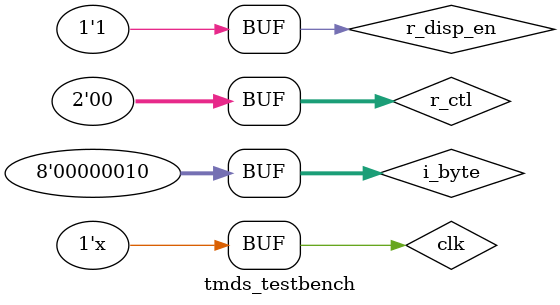
<source format=v>
`timescale 1ps / 1ps

module tmds_testbench(
	
    );
reg clk = 0;
reg  [7:0] 		i_byte;
reg 		 	r_disp_en;
reg  [1:0]		r_ctl;
wire [9:0]	   	output_byte;
wire [3:0]	   	ones_count;
wire [6:0] 		disparity;	
tmds_encode encoder(
	.i_clk(clk),
	.i_byte(i_byte),
	.i_disp_en(r_disp_en),
	.i_ctl(r_ctl),
	.o_tmds_byte(output_byte),
	.r_ones_count(ones_count),
	.r_disparity(disparity));

initial
begin
	#5
	i_byte = 8'd1;
	r_ctl = 2'b00;
	r_disp_en = 1'b1;
	#10
	i_byte = 8'd2;

end


always 
	#5 clk= !clk; 
endmodule

</source>
